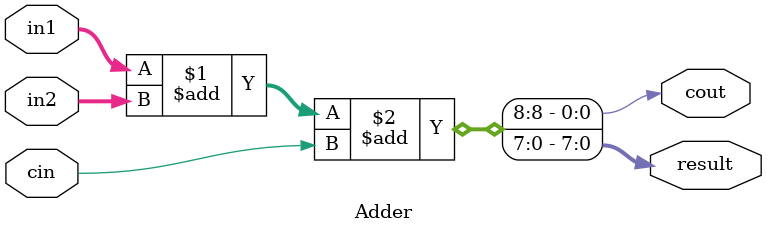
<source format=v>

module Adder (
    in1,
    in2,
    cin,
    result,
    cout
);
  parameter word_len = 8;
  input [word_len - 1 : 0] in1, in2;
  input cin;
  output [word_len - 1 : 0] result;
  output cout;
  assign {cout, result} = in1 + in2 + cin;
endmodule

</source>
